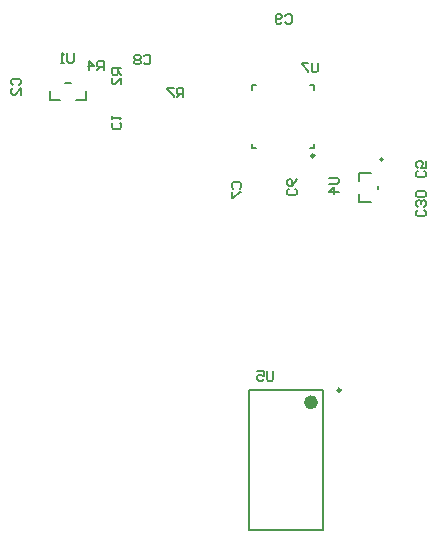
<source format=gbo>
G04*
G04 #@! TF.GenerationSoftware,Altium Limited,Altium Designer,21.5.1 (32)*
G04*
G04 Layer_Color=32896*
%FSLAX25Y25*%
%MOIN*%
G70*
G04*
G04 #@! TF.SameCoordinates,9AD95912-260A-4B2D-9037-AC9445484B82*
G04*
G04*
G04 #@! TF.FilePolarity,Positive*
G04*
G01*
G75*
%ADD10C,0.00787*%
%ADD11C,0.00984*%
%ADD13C,0.00600*%
%ADD82C,0.02362*%
D10*
X111205Y168272D02*
Y214728D01*
X86795Y168272D02*
Y214728D01*
X111205D01*
X86795Y168272D02*
X111205D01*
X20256Y311610D02*
Y314465D01*
X28898Y311610D02*
X32224D01*
X20256D02*
X23583D01*
X32224D02*
Y314465D01*
X25157Y317122D02*
X27323D01*
X107055Y295567D02*
X108433D01*
Y296945D01*
Y315055D02*
Y316433D01*
X107055D02*
X108433D01*
X87567D02*
X88945D01*
X87567Y315055D02*
Y316433D01*
Y295567D02*
X88945D01*
X87567D02*
Y296945D01*
D11*
X117209Y214846D02*
G03*
X117209Y214846I-492J0D01*
G01*
X108335Y293008D02*
G03*
X108335Y293008I-492J0D01*
G01*
D13*
X131331Y291831D02*
G03*
X131331Y291831I-500J0D01*
G01*
X123343Y287331D02*
X127303D01*
X123343Y277669D02*
Y280303D01*
Y277669D02*
X127303D01*
X129657Y281942D02*
Y283059D01*
X123343Y284697D02*
Y287331D01*
X109600Y323999D02*
Y321333D01*
X109067Y320800D01*
X108001D01*
X107467Y321333D01*
Y323999D01*
X106401D02*
X104268D01*
Y323466D01*
X106401Y321333D01*
Y320800D01*
X94666Y221099D02*
Y218434D01*
X94133Y217900D01*
X93066D01*
X92533Y218434D01*
Y221099D01*
X89334D02*
X91467D01*
Y219500D01*
X90400Y220033D01*
X89867D01*
X89334Y219500D01*
Y218434D01*
X89867Y217900D01*
X90934D01*
X91467Y218434D01*
X113400Y285666D02*
X116066D01*
X116600Y285133D01*
Y284066D01*
X116066Y283533D01*
X113400D01*
X116600Y280867D02*
X113400D01*
X115000Y282467D01*
Y280334D01*
X28133Y327099D02*
Y324434D01*
X27599Y323901D01*
X26533D01*
X26000Y324434D01*
Y327099D01*
X24934Y323901D02*
X23867D01*
X24400D01*
Y327099D01*
X24934Y326566D01*
X64666Y312401D02*
Y315599D01*
X63066D01*
X62533Y315066D01*
Y314000D01*
X63066Y313467D01*
X64666D01*
X63599D02*
X62533Y312401D01*
X61467Y315599D02*
X59334D01*
Y315066D01*
X61467Y312934D01*
Y312401D01*
X38166Y321400D02*
Y324600D01*
X36566D01*
X36033Y324066D01*
Y323000D01*
X36566Y322467D01*
X38166D01*
X37099D02*
X36033Y321400D01*
X33367D02*
Y324600D01*
X34967Y323000D01*
X32834D01*
X44100Y322166D02*
X40900D01*
Y320566D01*
X41434Y320033D01*
X42500D01*
X43033Y320566D01*
Y322166D01*
Y321099D02*
X44100Y320033D01*
Y316834D02*
Y318967D01*
X41967Y316834D01*
X41434D01*
X40900Y317367D01*
Y318434D01*
X41434Y318967D01*
X98667Y339666D02*
X99200Y340199D01*
X100267D01*
X100800Y339666D01*
Y337533D01*
X100267Y337000D01*
X99200D01*
X98667Y337533D01*
X97601D02*
X97068Y337000D01*
X96001D01*
X95468Y337533D01*
Y339666D01*
X96001Y340199D01*
X97068D01*
X97601Y339666D01*
Y339133D01*
X97068Y338599D01*
X95468D01*
X51533Y326066D02*
X52066Y326600D01*
X53133D01*
X53666Y326066D01*
Y323934D01*
X53133Y323400D01*
X52066D01*
X51533Y323934D01*
X50467Y326066D02*
X49934Y326600D01*
X48867D01*
X48334Y326066D01*
Y325533D01*
X48867Y325000D01*
X48334Y324467D01*
Y323934D01*
X48867Y323400D01*
X49934D01*
X50467Y323934D01*
Y324467D01*
X49934Y325000D01*
X50467Y325533D01*
Y326066D01*
X49934Y325000D02*
X48867D01*
X145066Y274867D02*
X145599Y274334D01*
Y273268D01*
X145066Y272735D01*
X142934D01*
X142401Y273268D01*
Y274334D01*
X142934Y274867D01*
X145066Y275934D02*
X145599Y276467D01*
Y277533D01*
X145066Y278066D01*
X144533D01*
X144000Y277533D01*
Y277000D01*
Y277533D01*
X143467Y278066D01*
X142934D01*
X142401Y277533D01*
Y276467D01*
X142934Y275934D01*
X145066Y279133D02*
X145599Y279666D01*
Y280732D01*
X145066Y281265D01*
X142934D01*
X142401Y280732D01*
Y279666D01*
X142934Y279133D01*
X145066D01*
X81434Y282033D02*
X80901Y282566D01*
Y283633D01*
X81434Y284166D01*
X83566D01*
X84100Y283633D01*
Y282566D01*
X83566Y282033D01*
X80901Y280967D02*
Y278834D01*
X81434D01*
X83566Y280967D01*
X84100D01*
X102066Y281967D02*
X102600Y281434D01*
Y280367D01*
X102066Y279834D01*
X99934D01*
X99401Y280367D01*
Y281434D01*
X99934Y281967D01*
X102600Y285166D02*
X102066Y284100D01*
X101000Y283033D01*
X99934D01*
X99401Y283566D01*
Y284633D01*
X99934Y285166D01*
X100467D01*
X101000Y284633D01*
Y283033D01*
X145066Y287967D02*
X145599Y287434D01*
Y286367D01*
X145066Y285834D01*
X142934D01*
X142401Y286367D01*
Y287434D01*
X142934Y287967D01*
X145599Y291166D02*
Y289033D01*
X144000D01*
X144533Y290100D01*
Y290633D01*
X144000Y291166D01*
X142934D01*
X142401Y290633D01*
Y289566D01*
X142934Y289033D01*
X7934Y316533D02*
X7401Y317066D01*
Y318133D01*
X7934Y318666D01*
X10066D01*
X10599Y318133D01*
Y317066D01*
X10066Y316533D01*
X10599Y313334D02*
Y315467D01*
X8467Y313334D01*
X7934D01*
X7401Y313867D01*
Y314934D01*
X7934Y315467D01*
X43566Y304000D02*
X44100Y303467D01*
Y302400D01*
X43566Y301867D01*
X41434D01*
X40900Y302400D01*
Y303467D01*
X41434Y304000D01*
X40900Y305066D02*
Y306133D01*
Y305599D01*
X44100D01*
X43566Y305066D01*
D82*
X108449Y210791D02*
G03*
X108449Y210791I-1181J0D01*
G01*
M02*

</source>
